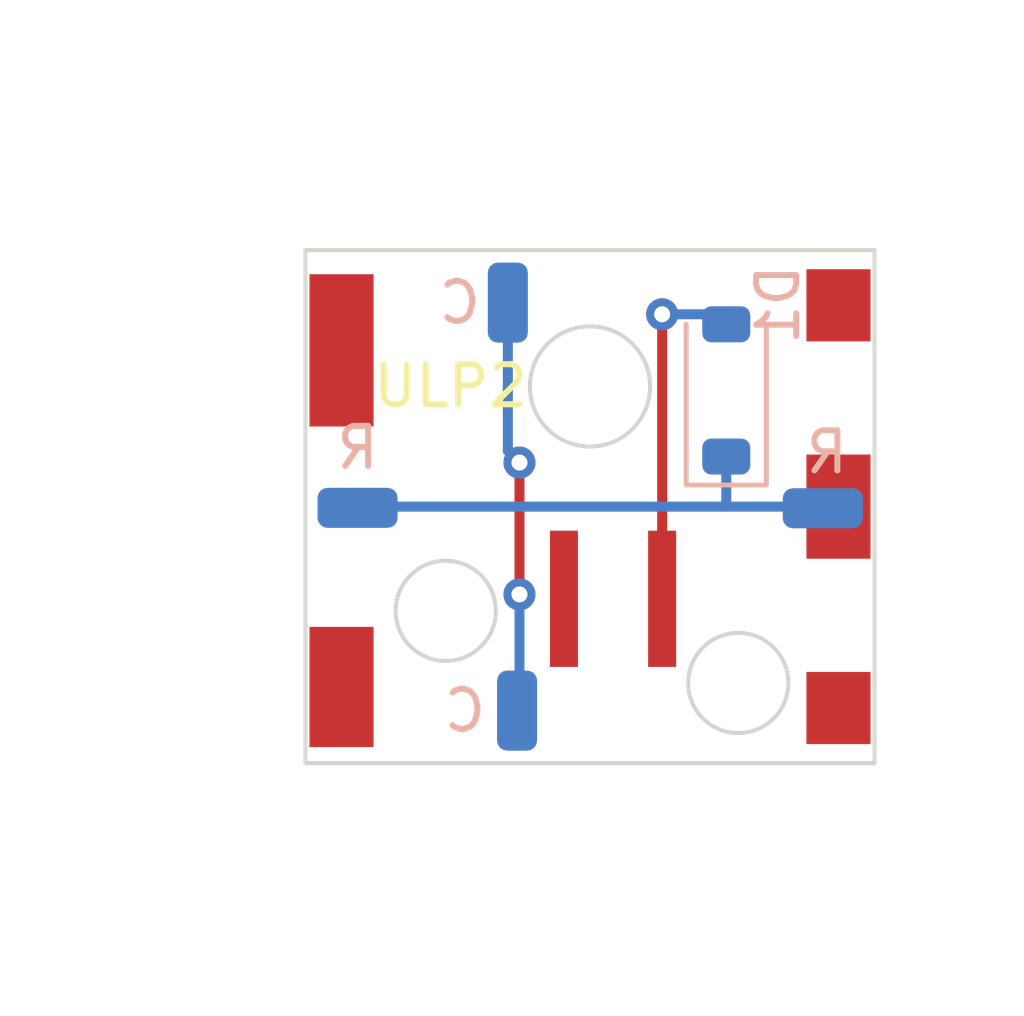
<source format=kicad_pcb>
(kicad_pcb (version 20221018) (generator pcbnew)
  (layers (0 "F.Cu" signal) (31 "B.Cu" signal) (34 "B.Paste" user) (35 "F.Paste" user) (36 "B.SilkS" user "B.Silkscreen") (37 "F.SilkS" user "F.Silkscreen") (38 "B.Mask" user) (39 "F.Mask" user) (44 "Edge.Cuts" user))
  (net 0 "")
  (net 1 "Net-(D1-A)")
  (net 2 "Row")
  (net 3 "Column")
  (footprint "Cherry_MX_ULP:Cherry_ULP_SMD" (layer "F.Cu") (at 107.1 106.4)
    (fp_text reference "ULP2" (at -3.48 -3.01 unlocked) (layer "F.SilkS"))
    (fp_text value "SW_DIP_x01")
    (fp_rect (start -7.1 -6.4) (end 7.1 6.4) (stroke (width 0.1)) (fill none) (layer "F.SilkS"))
    (pad "" np_thru_hole circle (at -5.8 1.2) (size 1.05 1.05) (drill 1.05) (layers "F&B.Cu" "*.Mask"))
    (pad "" np_thru_hole circle (at 5.8 -3.26) (size 1.2 1.2) (drill 1.2) (layers "F&B.Cu" "*.Mask"))
    (pad "" np_thru_hole circle (at 5.8 3.26) (size 1.2 1.2) (drill 1.2) (layers "F&B.Cu" "*.Mask"))
    (pad "1" smd rect (at -0.65 2.3) (size 0.7 3.4) (layers "F.Cu" "F.Paste" "F.Mask") (net 3 "Column"))
    (pad "2" smd rect (at 1.8 2.3) (size 0.7 3.4) (layers "F.Cu" "F.Paste" "F.Mask") (net 1 "Net-(D1-A)"))
    (pad "3" smd rect (at -6.2 -3.9) (size 1.6 3.8) (layers "F.Cu" "F.Paste" "F.Mask"))
    (pad "3" smd rect (at -6.2 4.5) (size 1.6 3) (layers "F.Cu" "F.Paste" "F.Mask"))
    (pad "3" smd rect (at 6.2 -5.025) (size 1.6 1.8) (layers "F.Cu" "F.Paste" "F.Mask"))
    (pad "3" smd rect (at 6.2 0) (size 1.6 2.6) (layers "F.Cu" "F.Paste" "F.Mask"))
    (pad "3" smd rect (at 6.2 5.025) (size 1.6 1.8) (layers "F.Cu" "F.Paste" "F.Mask"))
  )
  (footprint "Diode_SMD:D_SOD-123" (layer "B.Cu") (at 110.5 103.5 90)
    (fp_text reference "D1" (at 2.14 1.29 270) (layer "B.SilkS") (effects (justify mirror)))
    (fp_text value "1N4148WS")
    (fp_line (start -2.36 -1) (end 1.65 -1) (stroke (width 0.12)) (layer "B.SilkS"))
    (fp_line (start -2.36 1) (end -2.36 -1) (stroke (width 0.12)) (layer "B.SilkS"))
    (fp_line (start -2.36 1) (end 1.65 1) (stroke (width 0.12)) (layer "B.SilkS"))
    (pad "1" smd roundrect (at -1.65 0 90) (size 0.9 1.2) (layers "B.Cu" "B.Paste" "B.Mask") (net 2 "Row"))
    (pad "2" smd roundrect (at 1.65 0 90) (size 0.9 1.2) (layers "B.Cu" "B.Paste" "B.Mask") (net 1 "Net-(D1-A)"))
  )
  (footprint "Connector_Wire:SolderWirePad_1x01_SMD_1x2mm" (layer "B.Cu") (at 112.91 106.44 90)
    (fp_text reference "R" (at 1.4 0.1 180) (layer "B.SilkS") (effects (justify mirror)))
    (fp_text value "SolderWirePad_1x01_SMD_1x2mm")
    (pad "2" smd roundrect (at 0 0 90) (size 1 2) (layers "B.Cu" "B.Paste" "B.Mask") (net 2 "Row"))
  )
  (footprint "Connector_Wire:SolderWirePad_1x01_SMD_1x2mm" (layer "B.Cu") (at 101.3 106.43 90)
    (fp_text reference "R" (at 1.5 0 180) (layer "B.SilkS") (effects (justify mirror)))
    (fp_text value "SolderWirePad_1x01_SMD_1x2mm")
    (pad "1" smd roundrect (at 0 0 90) (size 1 2) (layers "B.Cu" "B.Paste" "B.Mask") (net 2 "Row"))
  )
  (footprint "Connector_Wire:SolderWirePad_1x01_SMD_1x2mm" (layer "B.Cu") (at 105.28 111.49 180)
    (fp_text reference "C" (at 1.3 0) (layer "B.SilkS") (effects (justify mirror)))
    (fp_text value "SolderWirePad_1x01_SMD_1x2mm")
    (pad "2" smd roundrect (at 0 0 180) (size 1 2) (layers "B.Cu" "B.Paste" "B.Mask") (net 3 "Column"))
  )
  (footprint "Connector_Wire:SolderWirePad_1x01_SMD_1x2mm" (layer "B.Cu") (at 105.05 101.31 180)
    (fp_text reference "C" (at 1.2 0) (layer "B.SilkS") (effects (justify mirror)))
    (fp_text value "SolderWirePad_1x01_SMD_1x2mm")
    (pad "1" smd roundrect (at 0 0 180) (size 1 2) (layers "B.Cu" "B.Paste" "B.Mask") (net 3 "Column"))
  )
  (gr_line (start 100 100) (end 100 112.8) (stroke (width 0.1)) (layer "Edge.Cuts"))
  (gr_line (start 114.2 100) (end 100 100) (stroke (width 0.1)) (layer "Edge.Cuts"))
  (gr_circle (center 103.5 109) (end 104.75 109) (stroke (width 0.1)) (fill none) (layer "Edge.Cuts"))
  (gr_circle (center 107.1 103.4) (end 108 104.6) (stroke (width 0.1)) (fill none) (layer "Edge.Cuts"))
  (gr_circle (center 110.8 110.8) (end 112.05 110.8) (stroke (width 0.1)) (fill none) (layer "Edge.Cuts"))
  (gr_line (start 114.2 112.8) (end 114.2 100) (stroke (width 0.1)) (layer "Edge.Cuts"))
  (gr_line (start 100 112.8) (end 114.2 112.8) (stroke (width 0.1)) (layer "Edge.Cuts"))
  (segment (start 108.9 108.7) (end 108.9 101.6) (width 0.25) (layer "F.Cu") (net 1))
  (via (at 108.9 101.6) (size 0.8) (drill 0.4) (layers "F.Cu" "B.Cu") (net 1))
  (segment (start 110.25 101.6) (end 110.5 101.85) (width 0.25) (layer "B.Cu") (net 1))
  (segment (start 108.9 101.6) (end 110.25 101.6) (width 0.25) (layer "B.Cu") (net 1))
  (segment (start 110.5 105.15) (end 110.5 106.4) (width 0.25) (layer "B.Cu") (net 2))
  (segment (start 110.5 106.4) (end 112.87 106.4) (width 0.25) (layer "B.Cu") (net 2))
  (segment (start 112.87 106.4) (end 112.91 106.44) (width 0.25) (layer "B.Cu") (net 2))
  (segment (start 101.28 106.41) (end 101.29 106.4) (width 0.25) (layer "B.Cu") (net 2))
  (segment (start 101.29 106.4) (end 110.5 106.4) (width 0.25) (layer "B.Cu") (net 2))
  (segment (start 105.34 105.3) (end 105.34 108.59) (width 0.25) (layer "F.Cu") (net 3))
  (via (at 105.34 105.3) (size 0.8) (drill 0.4) (layers "F.Cu" "B.Cu") (net 3))
  (via (at 105.34 108.59) (size 0.8) (drill 0.4) (layers "F.Cu" "B.Cu") (net 3))
  (segment (start 105.05 105.01) (end 105.05 101.31) (width 0.25) (layer "B.Cu") (net 3))
  (segment (start 105.34 111.15) (end 104.99 111.5) (width 0.25) (layer "B.Cu") (net 3))
  (segment (start 105.34 108.59) (end 105.34 111.15) (width 0.25) (layer "B.Cu") (net 3))
  (segment (start 105.34 105.3) (end 105.05 105.01) (width 0.25) (layer "B.Cu") (net 3))
)
</source>
